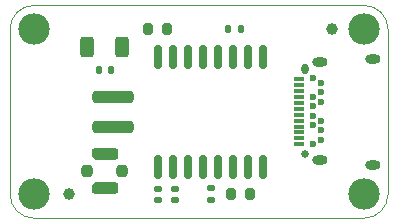
<source format=gts>
%TF.GenerationSoftware,KiCad,Pcbnew,7.0.10*%
%TF.CreationDate,2024-02-15T14:25:30-05:00*%
%TF.ProjectId,wingbeat_detector,77696e67-6265-4617-945f-646574656374,4.0*%
%TF.SameCoordinates,Original*%
%TF.FileFunction,Soldermask,Top*%
%TF.FilePolarity,Negative*%
%FSLAX46Y46*%
G04 Gerber Fmt 4.6, Leading zero omitted, Abs format (unit mm)*
G04 Created by KiCad (PCBNEW 7.0.10) date 2024-02-15 14:25:30*
%MOMM*%
%LPD*%
G01*
G04 APERTURE LIST*
G04 Aperture macros list*
%AMRoundRect*
0 Rectangle with rounded corners*
0 $1 Rounding radius*
0 $2 $3 $4 $5 $6 $7 $8 $9 X,Y pos of 4 corners*
0 Add a 4 corners polygon primitive as box body*
4,1,4,$2,$3,$4,$5,$6,$7,$8,$9,$2,$3,0*
0 Add four circle primitives for the rounded corners*
1,1,$1+$1,$2,$3*
1,1,$1+$1,$4,$5*
1,1,$1+$1,$6,$7*
1,1,$1+$1,$8,$9*
0 Add four rect primitives between the rounded corners*
20,1,$1+$1,$2,$3,$4,$5,0*
20,1,$1+$1,$4,$5,$6,$7,0*
20,1,$1+$1,$6,$7,$8,$9,0*
20,1,$1+$1,$8,$9,$2,$3,0*%
%AMFreePoly0*
4,1,18,-0.475000,0.910000,-0.460537,0.982710,-0.419350,1.044350,-0.357710,1.085537,-0.285000,1.100000,0.237500,1.100000,0.475000,0.862500,0.475000,-0.910000,0.460537,-0.982710,0.419350,-1.044350,0.357710,-1.085537,0.285000,-1.100000,-0.285000,-1.100000,-0.357710,-1.085537,-0.419350,-1.044350,-0.460537,-0.982710,-0.475000,-0.910000,-0.475000,0.910000,-0.475000,0.910000,$1*%
%AMFreePoly1*
4,1,18,-0.475000,0.862500,-0.237500,1.100000,0.285000,1.100000,0.357710,1.085537,0.419350,1.044350,0.460537,0.982710,0.475000,0.910000,0.475000,-0.910000,0.460537,-0.982710,0.419350,-1.044350,0.357710,-1.085537,0.285000,-1.100000,-0.285000,-1.100000,-0.357710,-1.085537,-0.419350,-1.044350,-0.460537,-0.982710,-0.475000,-0.910000,-0.475000,0.862500,-0.475000,0.862500,$1*%
G04 Aperture macros list end*
%ADD10C,2.660000*%
%ADD11C,0.650000*%
%ADD12O,0.650000X0.900000*%
%ADD13R,0.900000X0.300000*%
%ADD14C,0.600000*%
%ADD15O,1.300000X0.800000*%
%ADD16RoundRect,0.135000X-0.135000X-0.185000X0.135000X-0.185000X0.135000X0.185000X-0.135000X0.185000X0*%
%ADD17C,1.000000*%
%ADD18RoundRect,0.150000X-0.150000X0.875000X-0.150000X-0.875000X0.150000X-0.875000X0.150000X0.875000X0*%
%ADD19RoundRect,0.250000X-0.312500X-0.625000X0.312500X-0.625000X0.312500X0.625000X-0.312500X0.625000X0*%
%ADD20RoundRect,0.135000X0.185000X-0.135000X0.185000X0.135000X-0.185000X0.135000X-0.185000X-0.135000X0*%
%ADD21RoundRect,0.200000X0.200000X0.275000X-0.200000X0.275000X-0.200000X-0.275000X0.200000X-0.275000X0*%
%ADD22RoundRect,0.200000X-0.200000X-0.275000X0.200000X-0.275000X0.200000X0.275000X-0.200000X0.275000X0*%
%ADD23RoundRect,0.140000X0.170000X-0.140000X0.170000X0.140000X-0.170000X0.140000X-0.170000X-0.140000X0*%
%ADD24RoundRect,0.250000X-1.500000X-0.250000X1.500000X-0.250000X1.500000X0.250000X-1.500000X0.250000X0*%
%ADD25RoundRect,0.237500X0.237500X-0.262500X0.237500X0.262500X-0.237500X0.262500X-0.237500X-0.262500X0*%
%ADD26FreePoly0,90.000000*%
%ADD27FreePoly1,90.000000*%
%ADD28RoundRect,0.140000X-0.170000X0.140000X-0.170000X-0.140000X0.170000X-0.140000X0.170000X0.140000X0*%
%TA.AperFunction,Profile*%
%ADD29C,0.100000*%
%TD*%
G04 APERTURE END LIST*
D10*
%TO.C,H2*%
X164000000Y-93000000D03*
%TD*%
D11*
%TO.C,J1*%
X159000000Y-103550000D03*
D12*
X159000000Y-96350000D03*
D13*
X158440000Y-102750000D03*
X158440000Y-102250000D03*
X158440000Y-101750000D03*
X158440000Y-101250000D03*
X158440000Y-100750000D03*
X158440000Y-100250000D03*
X158440000Y-99750000D03*
X158440000Y-99250000D03*
X158440000Y-98750000D03*
X158440000Y-98250000D03*
X158440000Y-97750000D03*
X158440000Y-97250000D03*
D14*
X159650000Y-97150000D03*
X160350000Y-97550000D03*
X160350000Y-98350000D03*
X159650000Y-98750000D03*
X160350000Y-99150000D03*
X159650000Y-99550000D03*
X159650000Y-100350000D03*
X160350000Y-100750000D03*
X159650000Y-101150000D03*
X160350000Y-101550000D03*
X160350000Y-102350000D03*
X159650000Y-102750000D03*
D15*
X160250000Y-104080000D03*
X160250000Y-95820000D03*
X164700000Y-104490000D03*
X164700000Y-95510000D03*
%TD*%
D16*
%TO.C,R9*%
X141490000Y-96500000D03*
X142510000Y-96500000D03*
%TD*%
D17*
%TO.C,FID1*%
X139000000Y-107000000D03*
%TD*%
D18*
%TO.C,U2*%
X155445000Y-95350000D03*
X154175000Y-95350000D03*
X152905000Y-95350000D03*
X151635000Y-95350000D03*
X150365000Y-95350000D03*
X149095000Y-95350000D03*
X147825000Y-95350000D03*
X146555000Y-95350000D03*
X146555000Y-104650000D03*
X147825000Y-104650000D03*
X149095000Y-104650000D03*
X150365000Y-104650000D03*
X151635000Y-104650000D03*
X152905000Y-104650000D03*
X154175000Y-104650000D03*
X155445000Y-104650000D03*
%TD*%
D10*
%TO.C,H4*%
X136000000Y-107000000D03*
%TD*%
D19*
%TO.C,R10*%
X140537500Y-94500000D03*
X143462500Y-94500000D03*
%TD*%
D20*
%TO.C,R1*%
X151000000Y-107510000D03*
X151000000Y-106490000D03*
%TD*%
D21*
%TO.C,R5*%
X154325000Y-107000000D03*
X152675000Y-107000000D03*
%TD*%
D22*
%TO.C,R7*%
X145675000Y-93000000D03*
X147325000Y-93000000D03*
%TD*%
D10*
%TO.C,H3*%
X164000000Y-107000000D03*
%TD*%
D23*
%TO.C,C8*%
X146500000Y-107480000D03*
X146500000Y-106520000D03*
%TD*%
D24*
%TO.C,D1*%
X142675000Y-101270000D03*
X142675000Y-98730000D03*
%TD*%
D25*
%TO.C,J3*%
X140525000Y-105000000D03*
D26*
X142000000Y-106425000D03*
D25*
X143475000Y-105000000D03*
D27*
X142000000Y-103575000D03*
%TD*%
D28*
%TO.C,C6*%
X148000000Y-106520000D03*
X148000000Y-107480000D03*
%TD*%
D17*
%TO.C,FID3*%
X161250000Y-93000000D03*
%TD*%
D16*
%TO.C,R2*%
X152490000Y-93000000D03*
X153510000Y-93000000D03*
%TD*%
D10*
%TO.C,H1*%
X136000000Y-93000000D03*
%TD*%
D29*
X134000000Y-93000000D02*
X134000000Y-107000000D01*
X164000000Y-109000000D02*
G75*
G03*
X166000000Y-107000000I0J2000000D01*
G01*
X166000000Y-93000000D02*
G75*
G03*
X164000000Y-91000000I-2000000J0D01*
G01*
X136000000Y-91000000D02*
X164000000Y-91000000D01*
X136000000Y-91000000D02*
G75*
G03*
X134000000Y-93000000I0J-2000000D01*
G01*
X166000000Y-107000000D02*
X166000000Y-93000000D01*
X136000000Y-109000000D02*
X164000000Y-109000000D01*
X134000000Y-107000000D02*
G75*
G03*
X136000000Y-109000000I2000000J0D01*
G01*
M02*

</source>
